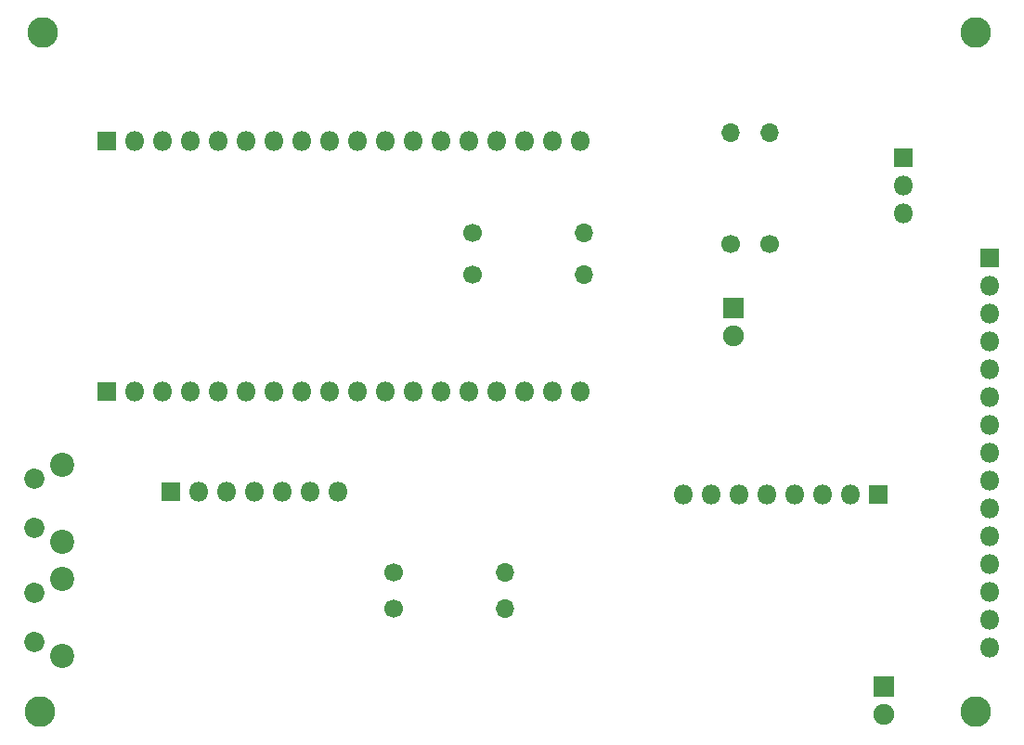
<source format=gbr>
%TF.GenerationSoftware,KiCad,Pcbnew,5.1.6-c6e7f7d~87~ubuntu18.04.1*%
%TF.CreationDate,2020-12-14T21:37:13-05:00*%
%TF.ProjectId,remote,72656d6f-7465-42e6-9b69-6361645f7063,rev?*%
%TF.SameCoordinates,Original*%
%TF.FileFunction,Soldermask,Bot*%
%TF.FilePolarity,Negative*%
%FSLAX46Y46*%
G04 Gerber Fmt 4.6, Leading zero omitted, Abs format (unit mm)*
G04 Created by KiCad (PCBNEW 5.1.6-c6e7f7d~87~ubuntu18.04.1) date 2020-12-14 21:37:13*
%MOMM*%
%LPD*%
G01*
G04 APERTURE LIST*
%ADD10O,1.800000X1.800000*%
%ADD11R,1.800000X1.800000*%
%ADD12C,2.200000*%
%ADD13C,1.850000*%
%ADD14O,1.700000X1.700000*%
%ADD15C,1.700000*%
%ADD16C,1.900000*%
%ADD17R,1.900000X1.900000*%
%ADD18C,2.800000*%
G04 APERTURE END LIST*
D10*
%TO.C,J2*%
X115570000Y-76708000D03*
X113030000Y-76708000D03*
X110490000Y-76708000D03*
X107950000Y-76708000D03*
X105410000Y-76708000D03*
X102870000Y-76708000D03*
X100330000Y-76708000D03*
X97790000Y-76708000D03*
X95250000Y-76708000D03*
X92710000Y-76708000D03*
X90170000Y-76708000D03*
X87630000Y-76708000D03*
X85090000Y-76708000D03*
X82550000Y-76708000D03*
X80010000Y-76708000D03*
X77470000Y-76708000D03*
X74930000Y-76708000D03*
D11*
X72390000Y-76708000D03*
%TD*%
D12*
%TO.C,SW2*%
X68276000Y-123678000D03*
D13*
X65786000Y-122428000D03*
X65786000Y-117928000D03*
D12*
X68276000Y-116668000D03*
%TD*%
%TO.C,SW1*%
X68276000Y-113264000D03*
D13*
X65786000Y-112014000D03*
X65786000Y-107514000D03*
D12*
X68276000Y-106254000D03*
%TD*%
D10*
%TO.C,J3*%
X152908000Y-122936000D03*
X152908000Y-120396000D03*
X152908000Y-117856000D03*
X152908000Y-115316000D03*
X152908000Y-112776000D03*
X152908000Y-110236000D03*
X152908000Y-107696000D03*
X152908000Y-105156000D03*
X152908000Y-102616000D03*
X152908000Y-100076000D03*
X152908000Y-97536000D03*
X152908000Y-94996000D03*
X152908000Y-92456000D03*
X152908000Y-89916000D03*
D11*
X152908000Y-87376000D03*
%TD*%
D14*
%TO.C,RS3*%
X132842000Y-75946000D03*
D15*
X132842000Y-86106000D03*
%TD*%
D16*
%TO.C,D2*%
X143250000Y-129040000D03*
D17*
X143250000Y-126500000D03*
%TD*%
D18*
%TO.C,H1*%
X66548000Y-66802000D03*
%TD*%
D14*
%TO.C,RS2*%
X129286000Y-75946000D03*
D15*
X129286000Y-86106000D03*
%TD*%
D16*
%TO.C,D1*%
X129540000Y-94488000D03*
D17*
X129540000Y-91948000D03*
%TD*%
D10*
%TO.C,J4*%
X145034000Y-83312000D03*
X145034000Y-80772000D03*
D11*
X145034000Y-78232000D03*
%TD*%
D10*
%TO.C,J1*%
X115570000Y-99568000D03*
X113030000Y-99568000D03*
X110490000Y-99568000D03*
X107950000Y-99568000D03*
X105410000Y-99568000D03*
X102870000Y-99568000D03*
X100330000Y-99568000D03*
X97790000Y-99568000D03*
X95250000Y-99568000D03*
X92710000Y-99568000D03*
X90170000Y-99568000D03*
X87630000Y-99568000D03*
X85090000Y-99568000D03*
X82550000Y-99568000D03*
X80010000Y-99568000D03*
X77470000Y-99568000D03*
X74930000Y-99568000D03*
D11*
X72390000Y-99568000D03*
%TD*%
D15*
%TO.C,RS1*%
X105732000Y-88912000D03*
D14*
X115892000Y-88912000D03*
%TD*%
D15*
%TO.C,RS0*%
X105732000Y-85102000D03*
D14*
X115892000Y-85102000D03*
%TD*%
D10*
%TO.C,J11*%
X124968000Y-108966000D03*
X127508000Y-108966000D03*
X130048000Y-108966000D03*
X132588000Y-108966000D03*
X135128000Y-108966000D03*
X137668000Y-108966000D03*
X140208000Y-108966000D03*
D11*
X142748000Y-108966000D03*
%TD*%
%TO.C,J9*%
X78232000Y-108712000D03*
D10*
X80772000Y-108712000D03*
X83312000Y-108712000D03*
X85852000Y-108712000D03*
X88392000Y-108712000D03*
X90932000Y-108712000D03*
X93472000Y-108712000D03*
%TD*%
D18*
%TO.C,H4*%
X151630000Y-128800000D03*
%TD*%
%TO.C,H3*%
X66294000Y-128800000D03*
%TD*%
%TO.C,H2*%
X151630000Y-66802000D03*
%TD*%
D14*
%TO.C,R3*%
X108712000Y-116078000D03*
D15*
X98552000Y-116078000D03*
%TD*%
D14*
%TO.C,R2*%
X108712000Y-119380000D03*
D15*
X98552000Y-119380000D03*
%TD*%
M02*

</source>
